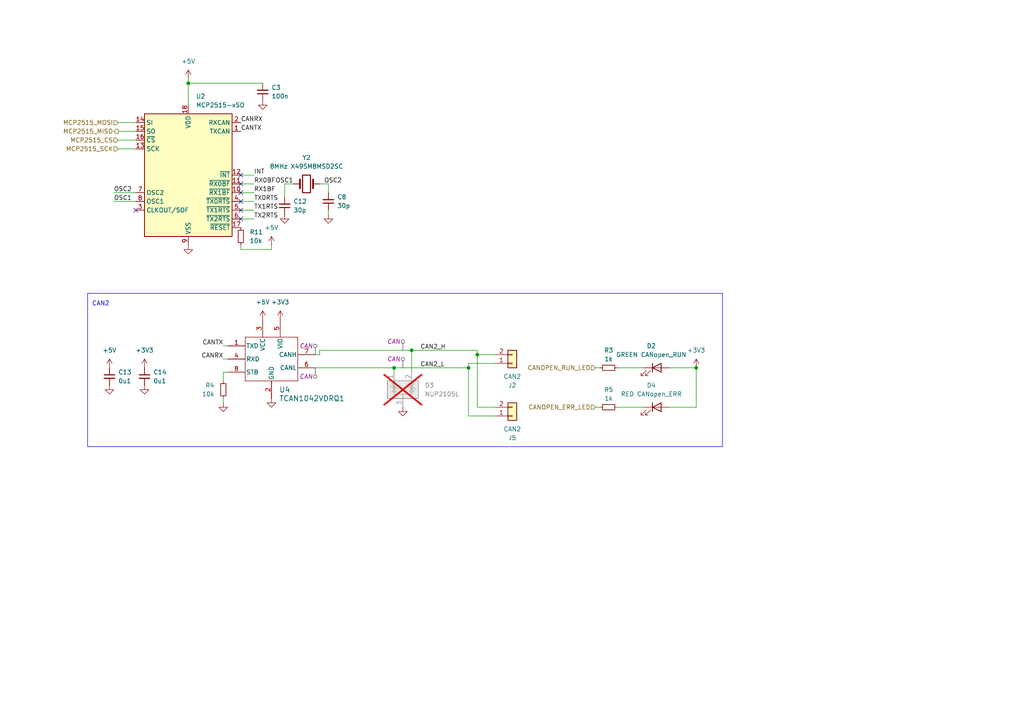
<source format=kicad_sch>
(kicad_sch (version 20231120) (generator "eeschema") (generator_version "8.0")
  (paper "A4")
  (title_block (title "RPI_diyhat1") (date "2025-06-30") (rev "1.0") (company "NTURacing") (comment 1 "Jack Kuo"))
  (lib_symbols
    (symbol "+5V_1" (power) (pin_numbers hide) (pin_names (offset 0) hide)
      (property "Value" "+5V" (at 0 3.556 0))
      (symbol "+5V_1_0_1"
        (polyline (pts (xy -0.762 1.27) (xy 0 2.54)))
        (polyline (pts (xy 0 0) (xy 0 2.54)))
        (polyline (pts (xy 0 2.54) (xy 0.762 1.27)))
      )
      (symbol "+5V_1_1_1"
        (pin power_in line (at 0 0 90) (length 0) (name "~") (number "1"))
      )
    )
    (symbol "Connector_Generic:Conn_01x02" (pin_names (offset 1.016) hide)
      (property "Reference" "J" (at 0 2.54 0))
      (property "Value" "Conn_01x02" (at 0 -5.08 0))
      (symbol "Conn_01x02_1_1"
        (rectangle (start -1.27 -2.413) (end 0 -2.667) (stroke (width 0.1524)))
        (rectangle (start -1.27 0.127) (end 0 -0.127) (stroke (width 0.1524)))
        (rectangle (start -1.27 1.27) (end 1.27 -3.81) (stroke (width 0.254)) (fill (type background)))
        (pin passive line (at -5.08 0 0) (length 3.81) (name "Pin_1") (number "1"))
        (pin passive line (at -5.08 -2.54 0) (length 3.81) (name "Pin_2") (number "2"))
      )
    )
    (symbol "Device:C_Small" (pin_numbers hide) (pin_names (offset 0.254) hide)
      (property "Reference" "C" (at 0.254 1.778 0))
      (property "Value" "C_Small" (at 0.254 -2.032 0))
      (symbol "C_Small_0_1"
        (polyline (pts (xy -1.524 -0.508) (xy 1.524 -0.508)) (stroke (width 0.3302)))
        (polyline (pts (xy -1.524 0.508) (xy 1.524 0.508)) (stroke (width 0.3048)))
      )
      (symbol "C_Small_1_1"
        (pin passive line (at 0 2.54 270) (length 2.032) (name "~") (number "1"))
        (pin passive line (at 0 -2.54 90) (length 2.032) (name "~") (number "2"))
      )
    )
    (symbol "Device:Crystal" (pin_numbers hide) (pin_names (offset 1.016) hide)
      (property "Reference" "Y" (at 0 3.81 0))
      (property "Value" "Crystal" (at 0 -3.81 0))
      (symbol "Crystal_0_1"
        (rectangle (start -1.143 2.54) (end 1.143 -2.54) (stroke (width 0.3048)))
        (polyline (pts (xy -2.54 0) (xy -1.905 0)))
        (polyline (pts (xy -1.905 -1.27) (xy -1.905 1.27)) (stroke (width 0.508)))
        (polyline (pts (xy 1.905 -1.27) (xy 1.905 1.27)) (stroke (width 0.508)))
        (polyline (pts (xy 2.54 0) (xy 1.905 0)))
      )
      (symbol "Crystal_1_1"
        (pin passive line (at -3.81 0 0) (length 1.27) (name "1") (number "1"))
        (pin passive line (at 3.81 0 180) (length 1.27) (name "2") (number "2"))
      )
    )
    (symbol "Device:LED" (pin_numbers hide) (pin_names (offset 1.016) hide)
      (property "Reference" "D" (at 0 2.54 0))
      (property "Value" "LED" (at 0 -2.54 0))
      (symbol "LED_0_1"
        (polyline (pts (xy -1.27 -1.27) (xy -1.27 1.27)) (stroke (width 0.254)))
        (polyline (pts (xy -1.27 0) (xy 1.27 0)))
        (polyline (pts (xy 1.27 -1.27) (xy 1.27 1.27) (xy -1.27 0) (xy 1.27 -1.27)) (stroke (width 0.254)))
        (polyline (pts (xy -3.048 -0.762) (xy -4.572 -2.286) (xy -3.81 -2.286) (xy -4.572 -2.286) (xy -4.572 -1.524)))
        (polyline (pts (xy -1.778 -0.762) (xy -3.302 -2.286) (xy -2.54 -2.286) (xy -3.302 -2.286) (xy -3.302 -1.524)))
      )
      (symbol "LED_1_1"
        (pin passive line (at -3.81 0 0) (length 2.54) (name "K") (number "1"))
        (pin passive line (at 3.81 0 180) (length 2.54) (name "A") (number "2"))
      )
    )
    (symbol "Device:R_Small" (pin_numbers hide) (pin_names (offset 0.254) hide)
      (property "Reference" "R" (at 0.762 0.508 0))
      (property "Value" "R_Small" (at 0.762 -1.016 0))
      (symbol "R_Small_0_1"
        (rectangle (start -0.762 1.778) (end 0.762 -1.778) (stroke (width 0.2032)))
      )
      (symbol "R_Small_1_1"
        (pin passive line (at 0 2.54 270) (length 0.762) (name "~") (number "1"))
        (pin passive line (at 0 -2.54 90) (length 0.762) (name "~") (number "2"))
      )
    )
    (symbol "Interface_CAN_LIN:MCP2515-xSO"
      (property "Reference" "U" (at -10.16 19.685 0))
      (property "Value" "MCP2515-xSO" (at 19.05 20.32 0))
      (symbol "MCP2515-xSO_0_1"
        (rectangle (start -12.7 17.78) (end 12.7 -17.78) (stroke (width 0.254)) (fill (type background)))
      )
      (symbol "MCP2515-xSO_1_1"
        (pin output line (at 15.24 12.7 180) (length 2.54) (name "TXCAN") (number "1"))
        (pin output line (at 15.24 -5.08 180) (length 2.54) (name "~{RX1BF}") (number "10"))
        (pin output line (at 15.24 -2.54 180) (length 2.54) (name "~{RX0BF}") (number "11"))
        (pin output line (at 15.24 0 180) (length 2.54) (name "~{INT}") (number "12"))
        (pin input line (at -15.24 7.62 0) (length 2.54) (name "SCK") (number "13"))
        (pin input line (at -15.24 15.24 0) (length 2.54) (name "SI") (number "14"))
        (pin output line (at -15.24 12.7 0) (length 2.54) (name "SO") (number "15"))
        (pin input line (at -15.24 10.16 0) (length 2.54) (name "~{CS}") (number "16"))
        (pin input line (at 15.24 -15.24 180) (length 2.54) (name "~{RESET}") (number "17"))
        (pin power_in line (at 0 20.32 270) (length 2.54) (name "VDD") (number "18"))
        (pin input line (at 15.24 15.24 180) (length 2.54) (name "RXCAN") (number "2"))
        (pin output line (at -15.24 -10.16 0) (length 2.54) (name "CLKOUT/SOF") (number "3"))
        (pin input line (at 15.24 -7.62 180) (length 2.54) (name "~{TX0RTS}") (number "4"))
        (pin input line (at 15.24 -10.16 180) (length 2.54) (name "~{TX1RTS}") (number "5"))
        (pin input line (at 15.24 -12.7 180) (length 2.54) (name "~{TX2RTS}") (number "6"))
        (pin output line (at -15.24 -5.08 0) (length 2.54) (name "OSC2") (number "7"))
        (pin input line (at -15.24 -7.62 0) (length 2.54) (name "OSC1") (number "8"))
        (pin power_in line (at 0 -20.32 90) (length 2.54) (name "VSS") (number "9"))
      )
    )
    (symbol "Power_Protection:NUP2105L" (pin_names hide)
      (property "Reference" "D" (at 5.715 2.54 0))
      (property "Value" "NUP2105L" (at 5.715 0.635 0))
      (symbol "NUP2105L_0_0"
        (pin passive line (at 0 -5.08 90) (length 2.54) (name "A") (number "3"))
      )
      (symbol "NUP2105L_0_1"
        (rectangle (start -4.445 2.54) (end 4.445 -2.54) (stroke (width 0.254)) (fill (type background)))
        (polyline (pts (xy -2.54 2.54) (xy -2.54 0.635)))
        (polyline (pts (xy 0 -1.27) (xy 0 -2.54)))
        (polyline (pts (xy 2.54 2.54) (xy 2.54 0.635)))
        (polyline (pts (xy -3.81 1.27) (xy -3.175 0.635) (xy -1.905 0.635) (xy -1.27 0)))
        (polyline (pts (xy -2.54 0.635) (xy -2.54 -1.27) (xy 2.54 -1.27) (xy 2.54 0.635)))
        (polyline (pts (xy -2.54 0.635) (xy -1.905 -0.635) (xy -3.175 -0.635) (xy -2.54 0.635)))
        (polyline (pts (xy 2.54 0.635) (xy 1.905 -0.635) (xy 3.175 -0.635) (xy 2.54 0.635)))
        (polyline (pts (xy 2.54 0.635) (xy 3.175 1.905) (xy 1.905 1.905) (xy 2.54 0.635)))
        (polyline (pts (xy -2.54 0.635) (xy -3.175 1.905) (xy -1.905 1.905) (xy -2.54 0.635) (xy -2.54 1.27)))
        (polyline (pts (xy 1.27 1.27) (xy 1.905 0.635) (xy 2.54 0.635) (xy 3.175 0.635) (xy 3.81 0)))
      )
      (symbol "NUP2105L_1_1"
        (pin passive line (at -2.54 5.08 270) (length 2.54) (name "K") (number "1"))
        (pin passive line (at 2.54 5.08 270) (length 2.54) (name "K") (number "2"))
      )
    )
    (symbol "nturt_kicad_lib_EP6:TCAN1042VDRQ1" (pin_names (offset 0.254))
      (property "Reference" "U" (at 0 2.54 0))
      (property "Value" "TCAN1042VDRQ1" (at 0 0 0))
      (symbol "TCAN1042VDRQ1_0_1"
        (pin input line (at -12.7 3.81 0) (length 5.08) (name "TXD") (number "1"))
        (pin power_in line (at 0 -11.43 90) (length 5.08) (name "GND") (number "2"))
        (pin power_in line (at -2.54 11.43 270) (length 5.08) (name "VCC") (number "3"))
        (pin output line (at -12.7 0 0) (length 5.08) (name "RXD") (number "4"))
        (pin power_in line (at 2.54 11.43 270) (length 5.08) (name "VIO") (number "5"))
        (pin bidirectional line (at 12.7 -2.54 180) (length 5.08) (name "CANL") (number "6"))
        (pin bidirectional line (at 12.7 1.27 180) (length 5.08) (name "CANH") (number "7"))
        (pin input line (at -12.7 -3.81 0) (length 5.08) (name "STB") (number "8"))
      )
      (symbol "TCAN1042VDRQ1_1_1"
        (rectangle (start -7.62 6.35) (end 7.62 -6.35))
      )
    )
    (symbol "power:+3V3" (power) (pin_numbers hide) (pin_names (offset 0) hide)
      (property "Value" "+3V3" (at 0 3.556 0))
      (symbol "+3V3_0_1"
        (polyline (pts (xy -0.762 1.27) (xy 0 2.54)))
        (polyline (pts (xy 0 0) (xy 0 2.54)))
        (polyline (pts (xy 0 2.54) (xy 0.762 1.27)))
      )
      (symbol "+3V3_1_1"
        (pin power_in line (at 0 0 90) (length 0) (name "~") (number "1"))
      )
    )
    (symbol "power:+5V" (power) (pin_numbers hide) (pin_names (offset 0) hide)
      (property "Value" "+5V" (at 0 3.556 0))
      (symbol "+5V_0_1"
        (polyline (pts (xy -0.762 1.27) (xy 0 2.54)))
        (polyline (pts (xy 0 0) (xy 0 2.54)))
        (polyline (pts (xy 0 2.54) (xy 0.762 1.27)))
      )
      (symbol "+5V_1_1"
        (pin power_in line (at 0 0 90) (length 0) (name "~") (number "1"))
      )
    )
    (symbol "power:GND" (power) (pin_numbers hide) (pin_names (offset 0) hide)
      (property "Value" "GND" (at 0 -3.81 0))
      (symbol "GND_0_1"
        (polyline (pts (xy 0 0) (xy 0 -1.27) (xy 1.27 -1.27) (xy 0 -2.54) (xy -1.27 -1.27) (xy 0 -1.27)))
      )
      (symbol "GND_1_1"
        (pin power_in line (at 0 0 270) (length 0) (name "~") (number "1"))
      )
    )
  )
  (junction (at 114.3 106.68))
  (junction (at 138.43 102.87))
  (junction (at 135.89 106.68))
  (junction (at 119.38 101.6))
  (junction (at 201.93 106.68))
  (junction (at 54.61 24.13))
  (no_connect (at 69.85 53.34))
  (no_connect (at 69.85 55.88))
  (no_connect (at 69.85 63.5))
  (no_connect (at 39.37 60.96))
  (no_connect (at 69.85 58.42))
  (no_connect (at 69.85 50.8))
  (no_connect (at 69.85 60.96))
  (wire (pts (xy 201.93 106.68) (xy 194.31 106.68)))
  (wire (pts (xy 34.29 35.56) (xy 39.37 35.56)))
  (wire (pts (xy 78.74 72.39) (xy 78.74 71.12)))
  (wire (pts (xy 64.77 104.14) (xy 66.04 104.14)))
  (wire (pts (xy 135.89 105.41) (xy 135.89 106.68)))
  (wire (pts (xy 92.71 101.6) (xy 119.38 101.6)))
  (wire (pts (xy 119.38 101.6) (xy 138.43 101.6)))
  (wire (pts (xy 69.85 72.39) (xy 69.85 71.12)))
  (wire (pts (xy 73.66 53.34) (xy 69.85 53.34)))
  (wire (pts (xy 91.44 102.87) (xy 92.71 102.87)))
  (wire (pts (xy 114.3 106.68) (xy 135.89 106.68)))
  (wire (pts (xy 34.29 38.1) (xy 39.37 38.1)))
  (wire (pts (xy 179.07 106.68) (xy 186.69 106.68)))
  (wire (pts (xy 138.43 102.87) (xy 138.43 101.6)))
  (wire (pts (xy 73.66 50.8) (xy 69.85 50.8)))
  (wire (pts (xy 172.72 118.11) (xy 173.99 118.11)))
  (wire (pts (xy 73.66 60.96) (xy 69.85 60.96)))
  (wire (pts (xy 143.51 120.65) (xy 135.89 120.65)))
  (wire (pts (xy 172.72 106.68) (xy 173.99 106.68)))
  (wire (pts (xy 34.29 43.18) (xy 39.37 43.18)))
  (wire (pts (xy 138.43 118.11) (xy 138.43 102.87)))
  (wire (pts (xy 92.71 53.34) (xy 95.25 53.34)))
  (wire (pts (xy 95.25 55.88) (xy 95.25 53.34)))
  (wire (pts (xy 92.71 102.87) (xy 92.71 101.6)))
  (wire (pts (xy 73.66 55.88) (xy 69.85 55.88)))
  (wire (pts (xy 135.89 120.65) (xy 135.89 106.68)))
  (wire (pts (xy 201.93 118.11) (xy 194.31 118.11)))
  (wire (pts (xy 78.74 72.39) (xy 69.85 72.39)))
  (wire (pts (xy 64.77 110.49) (xy 64.77 107.95)))
  (wire (pts (xy 138.43 102.87) (xy 143.51 102.87)))
  (wire (pts (xy 82.55 53.34) (xy 82.55 57.15)))
  (wire (pts (xy 114.3 106.68) (xy 114.3 107.95)))
  (wire (pts (xy 54.61 24.13) (xy 54.61 30.48)))
  (wire (pts (xy 201.93 106.68) (xy 201.93 118.11)))
  (wire (pts (xy 73.66 63.5) (xy 69.85 63.5)))
  (wire (pts (xy 119.38 101.6) (xy 119.38 107.95)))
  (wire (pts (xy 64.77 100.33) (xy 66.04 100.33)))
  (wire (pts (xy 179.07 118.11) (xy 186.69 118.11)))
  (wire (pts (xy 33.02 58.42) (xy 39.37 58.42)))
  (wire (pts (xy 64.77 116.84) (xy 64.77 115.57)))
  (wire (pts (xy 34.29 40.64) (xy 39.37 40.64)))
  (wire (pts (xy 143.51 118.11) (xy 138.43 118.11)))
  (wire (pts (xy 76.2 24.13) (xy 54.61 24.13)))
  (wire (pts (xy 73.66 58.42) (xy 69.85 58.42)))
  (wire (pts (xy 95.25 60.96) (xy 95.25 62.23)))
  (wire (pts (xy 64.77 107.95) (xy 66.04 107.95)))
  (wire (pts (xy 135.89 105.41) (xy 143.51 105.41)))
  (wire (pts (xy 82.55 53.34) (xy 85.09 53.34)))
  (wire (pts (xy 91.44 106.68) (xy 114.3 106.68)))
  (wire (pts (xy 54.61 22.86) (xy 54.61 24.13)))
  (wire (pts (xy 33.02 55.88) (xy 39.37 55.88)))
  (rectangle (start 25.4 85.09) (end 209.55 129.54))
  (text "CAN2" (at 26.67 88.9 0) (effects (font (size 1.27 1.27)) (justify left bottom)))
  (label "TX0RTS" (at 73.66 58.42 0))
  (label "OSC2" (at 33.02 55.88 0))
  (label "RX1BF" (at 73.66 55.88 0))
  (label "OSC1" (at 85.09 53.34 180))
  (label "CANTX" (at 64.77 100.33 180))
  (label "INT" (at 73.66 50.8 0))
  (label "TX2RTS" (at 73.66 63.5 0))
  (label "CANTX" (at 69.85 38.1 0))
  (label "RX0BF" (at 73.66 53.34 0))
  (label "CANRX" (at 64.77 104.14 180))
  (label "CAN2_L" (at 121.92 106.68 0))
  (label "OSC2" (at 93.98 53.34 0))
  (label "CANRX" (at 69.85 35.56 0))
  (label "CAN2_H" (at 121.92 101.6 0))
  (label "OSC1" (at 33.02 58.42 0))
  (label "TX1RTS" (at 73.66 60.96 0))
  (hierarchical_label "CANOPEN_RUN_LED" (shape input) (at 172.72 106.68 180))
  (hierarchical_label "CANOPEN_ERR_LED" (shape input) (at 172.72 118.11 180))
  (hierarchical_label "MCP2515_MOSI" (shape input) (at 34.29 35.56 180))
  (hierarchical_label "MCP2515_CS" (shape input) (at 34.29 40.64 180))
  (hierarchical_label "MCP2515_SCK" (shape input) (at 34.29 43.18 180))
  (hierarchical_label "MCP2515_MISO" (shape output) (at 34.29 38.1 180))
  (netclass_flag "" (length 2.54) (shape round) (at 116.84 101.6 0) (property "Netclass" "CAN" (at 116.1415 99.06 0) (effects (font (italic yes)) (justify right))))
  (netclass_flag "" (length 2.54) (shape round) (at 91.44 102.87 0) (property "Netclass" "CAN" (at 90.7415 100.33 0) (effects (font (italic yes)) (justify right))))
  (netclass_flag "" (length 2.54) (shape round) (at 116.84 106.68 0) (property "Netclass" "CAN" (at 116.1415 104.14 0) (effects (font (italic yes)) (justify right))))
  (netclass_flag "" (length 2.54) (shape round) (at 91.44 106.68 180) (property "Netclass" "CAN" (at 90.7415 109.22 0) (effects (font (italic yes)) (justify right))))
  (symbol (lib_id "power:GND") (at 95.25 62.23 0) (unit 1)
    (property "Reference" "#PWR047" (effects (hide yes)))
    (property "Value" "GND" (effects (hide yes)))
    (property "Description" "Power symbol creates a global label with name \"GND\" , ground" (effects (hide yes)))
  )
  (symbol (lib_id "Device:C_Small") (at 95.25 58.42 180) (unit 1)
    (property "Reference" "C8" (at 97.79 57.1435 0) (effects (justify right)))
    (property "Value" "30p" (at 97.79 59.6835 0) (effects (justify right)))
    (property "Footprint" "Capacitor_SMD:C_0402_1005Metric" (effects (hide yes)))
    (property "Description" "Unpolarized capacitor, small symbol" (effects (hide yes)))
  )
  (symbol (lib_id "power:GND") (at 76.2 29.21 0) (unit 1)
    (property "Reference" "#PWR045" (effects (hide yes)))
    (property "Value" "GND" (effects (hide yes)))
    (property "Description" "Power symbol creates a global label with name \"GND\" , ground" (effects (hide yes)))
  )
  (symbol (lib_id "power:GND") (at 82.55 62.23 0) (unit 1)
    (property "Reference" "#PWR046" (effects (hide yes)))
    (property "Value" "GND" (effects (hide yes)))
    (property "Description" "Power symbol creates a global label with name \"GND\" , ground" (effects (hide yes)))
  )
  (symbol (lib_id "Connector_Generic:Conn_01x02") (at 148.59 120.65 0) (mirror x) (unit 1)
    (property "Reference" "J5" (at 148.59 127 0))
    (property "Value" "CAN2" (at 148.59 124.46 0))
    (property "Footprint" "Connector_JST:JST_XH_B2B-XH-A_1x02_P2.50mm_Vertical" (effects (hide yes)))
    (property "Description" "Generic connector, single row, 01x02, script generated (kicad-library-utils/schlib/autogen/connector/)" (effects (hide yes)))
  )
  (symbol (lib_id "Device:LED") (at 190.5 106.68 0) (unit 1)
    (property "Reference" "D2" (at 188.9125 100.33 0))
    (property "Value" "GREEN CANopen_RUN" (at 188.9125 102.87 0))
    (property "Footprint" "LED_SMD:LED_0603_1608Metric" (effects (hide yes)))
    (property "Description" "Light emitting diode" (effects (hide yes)))
  )
  (symbol (lib_id "Device:C_Small") (at 82.55 59.69 180) (unit 1)
    (property "Reference" "C12" (at 85.09 58.4135 0) (effects (justify right)))
    (property "Value" "30p" (at 85.09 60.9535 0) (effects (justify right)))
    (property "Footprint" "Capacitor_SMD:C_0402_1005Metric" (effects (hide yes)))
    (property "Description" "Unpolarized capacitor, small symbol" (effects (hide yes)))
  )
  (symbol (lib_id "power:GND") (at 78.74 115.57 0) (unit 1)
    (property "Reference" "#PWR021" (effects (hide yes)))
    (property "Value" "GND" (effects (hide yes)))
    (property "Description" "Power symbol creates a global label with name \"GND\" , ground" (effects (hide yes)))
  )
  (symbol (lib_id "power:GND") (at 54.61 71.12 0) (unit 1)
    (property "Reference" "#PWR048" (effects (hide yes)))
    (property "Value" "GND" (effects (hide yes)))
    (property "Description" "Power symbol creates a global label with name \"GND\" , ground" (effects (hide yes)))
  )
  (symbol (lib_id "Device:C_Small") (at 76.2 26.67 180) (unit 1)
    (property "Reference" "C3" (at 78.74 25.3935 0) (effects (justify right)))
    (property "Value" "100n" (at 78.74 27.9335 0) (effects (justify right)))
    (property "Footprint" "Capacitor_SMD:C_0402_1005Metric" (effects (hide yes)))
    (property "Description" "Unpolarized capacitor, small symbol" (effects (hide yes)))
  )
  (symbol (lib_id "power:+5V") (at 76.2 92.71 0) (unit 1)
    (property "Reference" "#PWR014" (effects (hide yes)))
    (property "Value" "+5V" (at 76.2 87.63 0))
    (property "Description" "Power symbol creates a global label with name \"+5V\"" (effects (hide yes)))
  )
  (symbol (lib_id "Connector_Generic:Conn_01x02") (at 148.59 105.41 0) (mirror x) (unit 1)
    (property "Reference" "J2" (at 148.59 111.76 0))
    (property "Value" "CAN2" (at 148.59 109.22 0))
    (property "Footprint" "Connector_JST:JST_XH_B2B-XH-A_1x02_P2.50mm_Vertical" (effects (hide yes)))
    (property "Description" "Generic connector, single row, 01x02, script generated (kicad-library-utils/schlib/autogen/connector/)" (effects (hide yes)))
  )
  (symbol (lib_name "+5V_1") (lib_id "power:+5V") (at 201.93 106.68 0) (unit 1)
    (property "Reference" "#PWR018" (effects (hide yes)))
    (property "Value" "+3V3" (at 201.93 101.6 0))
    (property "Description" "Power symbol creates a global label with name \"+5V\"" (effects (hide yes)))
  )
  (symbol (lib_id "power:GND") (at 31.75 111.76 0) (unit 1)
    (property "Reference" "#PWR019" (effects (hide yes)))
    (property "Value" "GND" (effects (hide yes)))
    (property "Description" "Power symbol creates a global label with name \"GND\" , ground" (effects (hide yes)))
  )
  (symbol (lib_id "Device:Crystal") (at 88.9 53.34 0) (unit 1)
    (property "Reference" "Y2" (at 88.9 45.72 0))
    (property "Value" "8MHz X49SM8MSD2SC" (at 88.9 48.26 0))
    (property "Footprint" "Crystal:Crystal_SMD_5032-2Pin_5.0x3.2mm" (effects (hide yes)))
    (property "Description" "Two pin crystal" (effects (hide yes)))
  )
  (symbol (lib_id "power:GND") (at 41.91 111.76 0) (unit 1)
    (property "Reference" "#PWR020" (effects (hide yes)))
    (property "Value" "GND" (effects (hide yes)))
    (property "Description" "Power symbol creates a global label with name \"GND\" , ground" (effects (hide yes)))
  )
  (symbol (lib_id "Power_Protection:NUP2105L") (at 116.84 113.03 0) (unit 1) (dnp yes)
    (property "Reference" "D3" (at 123.19 111.7599 0) (effects (justify left)))
    (property "Value" "NUP2105L" (at 123.19 114.2999 0) (effects (justify left)))
    (property "Footprint" "Package_TO_SOT_SMD:SOT-23" (effects (hide yes)))
    (property "Datasheet" "https://www.onsemi.com/pub_link/Collateral/NUP2105L-D.PDF" (effects (hide yes)))
    (property "Description" "Dual Line CAN Bus Protector, 24Vrwm" (effects (hide yes)))
  )
  (symbol (lib_id "Device:C_Small") (at 31.75 109.22 0) (unit 1)
    (property "Reference" "C13" (at 34.29 107.9563 0) (effects (justify left)))
    (property "Value" "0u1" (at 34.29 110.4963 0) (effects (justify left)))
    (property "Footprint" "Capacitor_SMD:C_0402_1005Metric" (effects (hide yes)))
    (property "Description" "Unpolarized capacitor, small symbol" (effects (hide yes)))
  )
  (symbol (lib_id "nturt_kicad_lib_EP6:TCAN1042VDRQ1") (at 78.74 104.14 0) (unit 1)
    (property "Reference" "U4" (at 80.9341 113.03 0) (effects (font (size 1.524 1.524)) (justify left)))
    (property "Value" "TCAN1042VDRQ1" (at 80.9341 115.57 0) (effects (font (size 1.524 1.524)) (justify left)))
    (property "Footprint" "Package_SO:SOIC-8_3.9x4.9mm_P1.27mm" (effects (hide yes)))
    (property "Datasheet" "TCAN1042VDRQ1" (effects (hide yes)))
  )
  (symbol (lib_id "Interface_CAN_LIN:MCP2515-xSO") (at 54.61 50.8 0) (unit 1)
    (property "Reference" "U2" (at 56.8041 27.94 0) (effects (justify left)))
    (property "Value" "MCP2515-xSO" (at 56.8041 30.48 0) (effects (justify left)))
    (property "Footprint" "Package_SO:SOIC-18W_7.5x11.6mm_P1.27mm" (effects (hide yes)))
    (property "Datasheet" "http://ww1.microchip.com/downloads/en/DeviceDoc/21801e.pdf" (effects (hide yes)))
  )
  (symbol (lib_id "Device:LED") (at 190.5 118.11 0) (unit 1)
    (property "Reference" "D4" (at 188.9125 111.76 0))
    (property "Value" "RED CANopen_ERR" (at 188.9125 114.3 0))
    (property "Footprint" "LED_SMD:LED_0603_1608Metric" (effects (hide yes)))
    (property "Description" "Light emitting diode" (effects (hide yes)))
  )
  (symbol (lib_id "power:+3V3") (at 41.91 106.68 0) (unit 1)
    (property "Reference" "#PWR017" (effects (hide yes)))
    (property "Value" "+3V3" (at 41.91 101.6 0))
    (property "Description" "Power symbol creates a global label with name \"+3V3\"" (effects (hide yes)))
  )
  (symbol (lib_id "Device:R_Small") (at 69.85 68.58 0) (unit 1)
    (property "Reference" "R11" (at 72.39 67.31 0) (effects (justify left)))
    (property "Value" "10k" (at 72.39 69.85 0) (effects (justify left)))
    (property "Footprint" "Resistor_SMD:R_0603_1608Metric" (effects (hide yes)))
  )
  (symbol (lib_id "power:+5V") (at 31.75 106.68 0) (unit 1)
    (property "Reference" "#PWR016" (effects (hide yes)))
    (property "Value" "+5V" (at 31.75 101.6 0))
    (property "Description" "Power symbol creates a global label with name \"+5V\"" (effects (hide yes)))
  )
  (symbol (lib_id "power:GND") (at 64.77 116.84 0) (unit 1)
    (property "Reference" "#PWR022" (effects (hide yes)))
    (property "Value" "GND" (effects (hide yes)))
    (property "Description" "Power symbol creates a global label with name \"GND\" , ground" (effects (hide yes)))
  )
  (symbol (lib_id "power:+5V") (at 78.74 71.12 0) (unit 1)
    (property "Reference" "#PWR049" (effects (hide yes)))
    (property "Value" "+5V" (at 78.74 66.04 0))
    (property "Description" "Power symbol creates a global label with name \"+5V\"" (effects (hide yes)))
  )
  (symbol (lib_id "Device:R_Small") (at 64.77 113.03 0) (mirror y) (unit 1)
    (property "Reference" "R4" (at 62.23 111.7599 0) (effects (justify left)))
    (property "Value" "10k" (at 62.23 114.2999 0) (effects (justify left)))
    (property "Footprint" "Resistor_SMD:R_0402_1005Metric" (effects (hide yes)))
    (property "Description" "Resistor, small symbol" (effects (hide yes)))
  )
  (symbol (lib_id "power:+3V3") (at 81.28 92.71 0) (unit 1)
    (property "Reference" "#PWR015" (effects (hide yes)))
    (property "Value" "+3V3" (at 81.28 87.63 0))
    (property "Description" "Power symbol creates a global label with name \"+3V3\"" (effects (hide yes)))
  )
  (symbol (lib_id "Device:R_Small") (at 176.53 118.11 90) (unit 1)
    (property "Reference" "R5" (at 176.53 113.03 90))
    (property "Value" "1k" (at 176.53 115.57 90))
    (property "Footprint" "Resistor_SMD:R_0402_1005Metric" (effects (hide yes)))
    (property "Description" "Resistor, small symbol" (effects (hide yes)))
  )
  (symbol (lib_id "Device:R_Small") (at 176.53 106.68 90) (unit 1)
    (property "Reference" "R3" (at 176.53 101.6 90))
    (property "Value" "1k" (at 176.53 104.14 90))
    (property "Footprint" "Resistor_SMD:R_0402_1005Metric" (effects (hide yes)))
    (property "Description" "Resistor, small symbol" (effects (hide yes)))
  )
  (symbol (lib_id "power:+5V") (at 54.61 22.86 0) (unit 1)
    (property "Reference" "#PWR010" (effects (hide yes)))
    (property "Value" "+5V" (at 54.61 17.78 0))
    (property "Description" "Power symbol creates a global label with name \"+5V\"" (effects (hide yes)))
  )
  (symbol (lib_id "Device:C_Small") (at 41.91 109.22 0) (unit 1)
    (property "Reference" "C14" (at 44.45 107.9563 0) (effects (justify left)))
    (property "Value" "0u1" (at 44.45 110.4963 0) (effects (justify left)))
    (property "Footprint" "Capacitor_SMD:C_0402_1005Metric" (effects (hide yes)))
    (property "Description" "Unpolarized capacitor, small symbol" (effects (hide yes)))
  )
  (symbol (lib_id "power:GND") (at 116.84 118.11 0) (unit 1)
    (property "Reference" "#PWR023" (effects (hide yes)))
    (property "Value" "GND" (effects (hide yes)))
    (property "Description" "Power symbol creates a global label with name \"GND\" , ground" (effects (hide yes)))
  )
)
</source>
